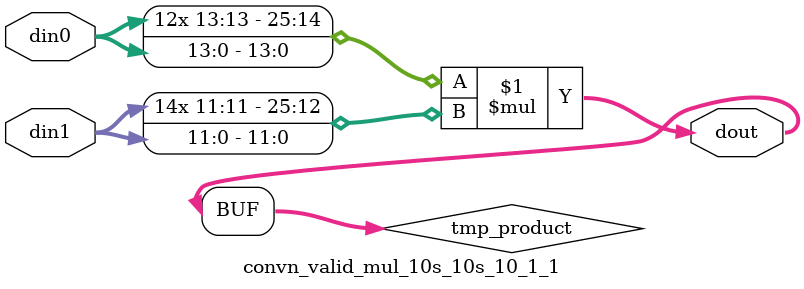
<source format=v>

`timescale 1 ns / 1 ps

 module convn_valid_mul_10s_10s_10_1_1(din0, din1, dout);
parameter ID = 1;
parameter NUM_STAGE = 0;
parameter din0_WIDTH = 14;
parameter din1_WIDTH = 12;
parameter dout_WIDTH = 26;

input [din0_WIDTH - 1 : 0] din0; 
input [din1_WIDTH - 1 : 0] din1; 
output [dout_WIDTH - 1 : 0] dout;

wire signed [dout_WIDTH - 1 : 0] tmp_product;



























assign tmp_product = $signed(din0) * $signed(din1);








assign dout = tmp_product;





















endmodule

</source>
